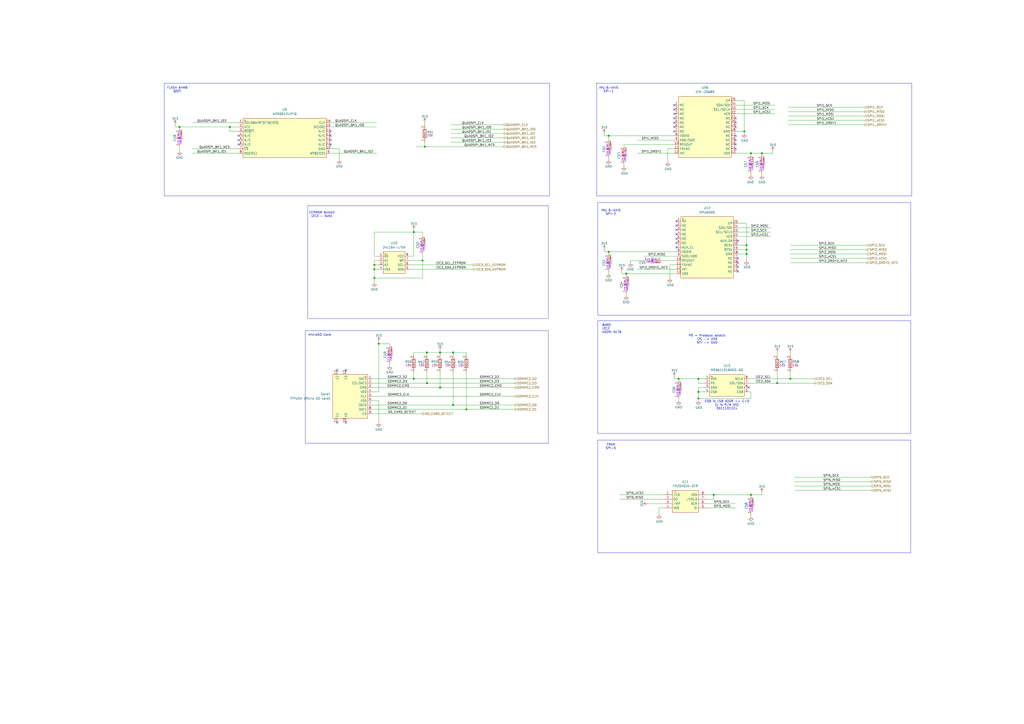
<source format=kicad_sch>
(kicad_sch (version 20250114) (generator "eeschema") (generator_version "9.0")
  (paper "A2")
  (lib_symbols
    (symbol "SAMC21_breakout-rescue:GND" (power) (pin_names (offset 0))
      (property "Value" "GND" (at 0 -3.81 0))
      (symbol "GND_1_1"
        (pin power_in line (at 0 0 270) (length 0) (hide yes) (name "GND") (number "1"))
      )
    )
    (symbol "easyeda2kicad:0603WAF1002T5E" (pin_names (hide yes))
      (property "Reference" "R" (at 0 5.08 0))
      (property "Value" "0603WAF1002T5E" (at 0 -5.08 0))
      (symbol "0603WAF1002T5E_0_1"
        (pin input line (at -5.08 0 0) (length 2.54) (name "1") (number "1"))
        (pin input line (at 5.08 0 180) (length 2.54) (name "2") (number "2"))
      )
    )
    (symbol "easyeda_lampel:TFPUSH (Micro SD card)"
      (property "Reference" "Card" (at 0 20.32 0))
      (property "Value" "TFPUSH (Micro SD card)" (at 0 -20.32 0))
      (symbol "TFPUSH (Micro SD card)_0_1"
        (pin unspecified line (at -10.16 10.16 0) (length 2.54) (name "DAT2") (number "1"))
        (pin unspecified line (at -10.16 7.62 0) (length 2.54) (name "CD/DAT3") (number "2"))
        (pin unspecified line (at -10.16 5.08 0) (length 2.54) (name "CMD") (number "3"))
        (pin unspecified line (at -10.16 2.54 0) (length 2.54) (name "VDD") (number "4"))
        (pin unspecified line (at -10.16 0 0) (length 2.54) (name "CLX") (number "5"))
        (pin unspecified line (at -10.16 -2.54 0) (length 2.54) (name "VSS") (number "6"))
        (pin unspecified line (at -10.16 -5.08 0) (length 2.54) (name "DAT0") (number "7"))
        (pin unspecified line (at -10.16 -7.62 0) (length 2.54) (name "DAT1") (number "8"))
        (pin unspecified line (at -10.16 -10.16 0) (length 2.54) (name "CD") (number "9"))
        (pin unspecified line (at 5.08 15.24 270) (length 2.54) (name "13") (number "13"))
        (pin unspecified line (at 5.08 -15.24 90) (length 2.54) (name "10") (number "10"))
        (pin unspecified line (at 10.16 15.24 270) (length 2.54) (name "12") (number "12"))
        (pin unspecified line (at 10.16 -15.24 90) (length 2.54) (name "11") (number "11"))
      )
    )
    (symbol "easyeda_symbole:MPU6500"
      (property "Reference" "U" (at 0 20.32 0))
      (property "Value" "MPU6500" (at 0 -20.32 0))
      (symbol "MPU6500_0_1"
        (pin unspecified line (at -17.78 15.24 0) (length 2.54) (name "NC") (number "1"))
        (pin unspecified line (at -17.78 12.7 0) (length 2.54) (name "NC") (number "2"))
        (pin unspecified line (at -17.78 10.16 0) (length 2.54) (name "NC") (number "3"))
        (pin unspecified line (at -17.78 7.62 0) (length 2.54) (name "NC") (number "4"))
        (pin unspecified line (at -17.78 5.08 0) (length 2.54) (name "NC") (number "5"))
        (pin unspecified line (at -17.78 2.54 0) (length 2.54) (name "NC") (number "6"))
        (pin unspecified line (at -17.78 0 0) (length 2.54) (name "AUX_CL") (number "7"))
        (pin unspecified line (at -17.78 -2.54 0) (length 2.54) (name "VDDIO") (number "8"))
        (pin unspecified line (at -17.78 -5.08 0) (length 2.54) (name "SDO/AD0") (number "9"))
        (pin unspecified line (at -17.78 -7.62 0) (length 2.54) (name "REGOUT") (number "10"))
        (pin unspecified line (at -17.78 -10.16 0) (length 2.54) (name "FSYNC") (number "11"))
        (pin unspecified line (at -17.78 -12.7 0) (length 2.54) (name "INT") (number "12"))
        (pin unspecified line (at -17.78 -15.24 0) (length 2.54) (name "VDD") (number "13"))
        (pin unspecified line (at 17.78 13.97 180) (length 2.54) (name "EP") (number "25"))
        (pin unspecified line (at 17.78 11.43 180) (length 2.54) (name "SDA/SDI") (number "24"))
        (pin unspecified line (at 17.78 8.89 180) (length 2.54) (name "SCL/SCLK") (number "23"))
        (pin unspecified line (at 17.78 6.35 180) (length 2.54) (name "nCS") (number "22"))
        (pin unspecified line (at 17.78 3.81 180) (length 2.54) (name "AUX_DA") (number "21"))
        (pin unspecified line (at 17.78 1.27 180) (length 2.54) (name "RESV") (number "20"))
        (pin unspecified line (at 17.78 -1.27 180) (length 2.54) (name "RESV") (number "19"))
        (pin unspecified line (at 17.78 -3.81 180) (length 2.54) (name "GND") (number "18"))
        (pin unspecified line (at 17.78 -6.35 180) (length 2.54) (name "NC") (number "17"))
        (pin unspecified line (at 17.78 -8.89 180) (length 2.54) (name "NC") (number "16"))
        (pin unspecified line (at 17.78 -11.43 180) (length 2.54) (name "NC") (number "15"))
        (pin unspecified line (at 17.78 -13.97 180) (length 2.54) (name "NC") (number "14"))
      )
    )
    (symbol "lampelKicadLIB:24LC64-I_SN"
      (property "Reference" "U" (at 0 8.89 0))
      (property "Value" "24LC64-I/SN" (at 0 -8.89 0))
      (symbol "24LC64-I_SN_0_1"
        (pin unspecified line (at -8.89 3.81 0) (length 2.54) (name "A0") (number "1"))
        (pin unspecified line (at -8.89 1.27 0) (length 2.54) (name "A1") (number "2"))
        (pin unspecified line (at -8.89 -1.27 0) (length 2.54) (name "A2") (number "3"))
        (pin unspecified line (at -8.89 -3.81 0) (length 2.54) (name "VSS") (number "4"))
        (pin unspecified line (at 8.89 3.81 180) (length 2.54) (name "VCC") (number "8"))
        (pin unspecified line (at 8.89 1.27 180) (length 2.54) (name "WP") (number "7"))
        (pin unspecified line (at 8.89 -1.27 180) (length 2.54) (name "SCL") (number "6"))
        (pin unspecified line (at 8.89 -3.81 180) (length 2.54) (name "SDA") (number "5"))
      )
    )
    (symbol "lampelKicadLIB:CC0603KRX7R9BB104 (100nf , 0603 ,50v ,X7R)"
      (property "Reference" "C" (at 0 2.794 0))
      (symbol "CC0603KRX7R9BB104 (100nf , 0603 ,50v ,X7R)_0_1"
        (pin unspecified line (at -5.08 0 0) (length 2.54) (name "") (number "1"))
        (pin unspecified line (at 5.08 0 180) (length 2.54) (name "") (number "2"))
      )
      (symbol "CC0603KRX7R9BB104 (100nf , 0603 ,50v ,X7R)_1_1"
        (text "X7R" (at -2.286 0.762 0) (effects (font (size 0.635 0.635))))
        (text "±10%" (at -2.286 -0.762 0) (effects (font (size 0.635 0.635))))
        (text "0603" (at 0 0 900) (effects (font (size 0.635 0.635))))
        (text "50v" (at 2.032 0.762 0) (effects (font (size 0.762 0.762))))
        (text "100nF" (at 2.794 -1.016 0) (effects (font (size 0.889 0.889))))
      )
    )
    (symbol "lampelKicadLIB:CC0603KRX7R9BB474 (470nF , 0603 ,50V ,X7R)"
      (property "Reference" "C" (at 0 3.048 0))
      (symbol "CC0603KRX7R9BB474 (470nF , 0603 ,50V ,X7R)_0_1"
        (pin input line (at -5.08 0 0) (length 2.54) (name "") (number "1"))
        (pin input line (at 5.08 0 180) (length 2.54) (name "") (number "2"))
      )
      (symbol "CC0603KRX7R9BB474 (470nF , 0603 ,50V ,X7R)_1_1"
        (text "X7R" (at -2.286 0.762 0) (effects (font (size 0.635 0.635))))
        (text "±10%" (at -2.286 -0.762 0) (effects (font (size 0.635 0.635))))
        (text "0603" (at 0 0 900) (effects (font (size 0.635 0.635))))
        (text "50V" (at 2.032 0.762 0) (effects (font (size 0.762 0.762))))
        (text "470nF" (at 2.794 -1.016 0) (effects (font (size 0.889 0.889))))
      )
    )
    (symbol "lampelKicadLIB:CL10A225KO8NNNC (2.2uf , 0603,16v,X5R)"
      (property "Reference" "C" (at 0 3.048 0))
      (symbol "CL10A225KO8NNNC (2.2uf , 0603,16v,X5R)_0_1"
        (pin unspecified line (at -5.08 0 0) (length 2.54) (name "") (number "1"))
        (pin unspecified line (at 5.08 0 180) (length 2.54) (name "") (number "2"))
      )
      (symbol "CL10A225KO8NNNC (2.2uf , 0603,16v,X5R)_1_1"
        (text "X5R" (at -2.286 0.762 0) (effects (font (size 0.635 0.635))))
        (text "±10%" (at -2.286 -0.762 0) (effects (font (size 0.635 0.635))))
        (text "0603" (at 0 0 900) (effects (font (size 0.635 0.635))))
        (text "16v" (at 2.032 0.762 0) (effects (font (size 0.762 0.762))))
        (text "2.2uF" (at 2.794 -1.016 0) (effects (font (size 0.889 0.889))))
      )
    )
    (symbol "lampelKicadLIB:FM25V02A-GTR"
      (property "Reference" "U" (at 0 8.89 0))
      (property "Value" "FM25V02A-GTR" (at 0 -8.89 0))
      (symbol "FM25V02A-GTR_0_1"
        (pin unspecified line (at -12.7 3.81 0) (length 5.08) (name "/CS") (number "1"))
        (pin unspecified line (at -12.7 1.27 0) (length 5.08) (name "SO") (number "2"))
        (pin unspecified line (at -12.7 -1.27 0) (length 5.08) (name "/WP") (number "3"))
        (pin unspecified line (at -12.7 -3.81 0) (length 5.08) (name "VSS") (number "4"))
        (pin unspecified line (at 12.7 3.81 180) (length 5.08) (name "VDD") (number "8"))
        (pin unspecified line (at 12.7 1.27 180) (length 5.08) (name "/HOLD") (number "7"))
        (pin unspecified line (at 12.7 -1.27 180) (length 5.08) (name "SCK") (number "6"))
        (pin unspecified line (at 12.7 -3.81 180) (length 5.08) (name "SI") (number "5"))
      )
    )
    (symbol "lampelKicadLIB:ICM-20689"
      (property "Reference" "R" (at 0 21.59 0))
      (property "Value" "ICM-20689" (at 0 -19.05 0))
      (symbol "ICM-20689_0_1"
        (pin unspecified line (at -17.78 13.97 0) (length 2.54) (name "NC") (number "1"))
        (pin unspecified line (at -17.78 11.43 0) (length 2.54) (name "NC") (number "2"))
        (pin unspecified line (at -17.78 8.89 0) (length 2.54) (name "NC") (number "3"))
        (pin unspecified line (at -17.78 6.35 0) (length 2.54) (name "NC") (number "4"))
        (pin unspecified line (at -17.78 3.81 0) (length 2.54) (name "NC") (number "5"))
        (pin unspecified line (at -17.78 1.27 0) (length 2.54) (name "NC") (number "6"))
        (pin unspecified line (at -17.78 -1.27 0) (length 2.54) (name "NC") (number "7"))
        (pin unspecified line (at -17.78 -3.81 0) (length 2.54) (name "VDDIO") (number "8"))
        (pin unspecified line (at -17.78 -6.35 0) (length 2.54) (name "AD0/SDO") (number "9"))
        (pin unspecified line (at -17.78 -8.89 0) (length 2.54) (name "REGOUT") (number "10"))
        (pin unspecified line (at -17.78 -11.43 0) (length 2.54) (name "FSYNC") (number "11"))
        (pin unspecified line (at -17.78 -13.97 0) (length 2.54) (name "INT") (number "12"))
        (pin unspecified line (at 17.78 16.51 180) (length 2.54) (name "EP") (number "25"))
        (pin unspecified line (at 17.78 13.97 180) (length 2.54) (name "SDA/SDI") (number "24"))
        (pin unspecified line (at 17.78 11.43 180) (length 2.54) (name "SCL/SCLK") (number "23"))
        (pin unspecified line (at 17.78 8.89 180) (length 2.54) (name "nCS") (number "22"))
        (pin unspecified line (at 17.78 6.35 180) (length 2.54) (name "NC") (number "21"))
        (pin unspecified line (at 17.78 3.81 180) (length 2.54) (name "NC") (number "20"))
        (pin unspecified line (at 17.78 1.27 180) (length 2.54) (name "NC") (number "19"))
        (pin unspecified line (at 17.78 -1.27 180) (length 2.54) (name "GND") (number "18"))
        (pin unspecified line (at 17.78 -3.81 180) (length 2.54) (name "NC") (number "17"))
        (pin unspecified line (at 17.78 -6.35 180) (length 2.54) (name "NC") (number "16"))
        (pin unspecified line (at 17.78 -8.89 180) (length 2.54) (name "NC") (number "15"))
        (pin unspecified line (at 17.78 -11.43 180) (length 2.54) (name "NC") (number "14"))
        (pin unspecified line (at 17.78 -13.97 180) (length 2.54) (name "VDD") (number "13"))
      )
    )
    (symbol "lampelKicadLIB:MS561101BA03-50"
      (property "Reference" "U" (at 0 8.89 0))
      (property "Value" "MS561101BA03-50" (at 0 -8.89 0))
      (symbol "MS561101BA03-50_0_1"
        (pin unspecified line (at -12.7 3.81 0) (length 2.54) (name "VDD") (number "1"))
        (pin unspecified line (at -12.7 1.27 0) (length 2.54) (name "PS") (number "2"))
        (pin unspecified line (at -12.7 -1.27 0) (length 2.54) (name "GND") (number "3"))
        (pin unspecified line (at -12.7 -3.81 0) (length 2.54) (name "CSB") (number "4"))
        (pin unspecified line (at 12.7 3.81 180) (length 2.54) (name "SCLK") (number "8"))
        (pin unspecified line (at 12.7 1.27 180) (length 2.54) (name "SDI/SDA") (number "7"))
        (pin unspecified line (at 12.7 -1.27 180) (length 2.54) (name "SDO") (number "6"))
        (pin unspecified line (at 12.7 -3.81 180) (length 2.54) (name "CSB") (number "5"))
      )
    )
    (symbol "lampelKicadLIB:W25Q512JVFIQ"
      (property "Reference" "U" (at 0 15.24 0))
      (property "Value" "W25Q512JVFIQ" (at 0 -12.7 0))
      (symbol "W25Q512JVFIQ_0_1"
        (pin unspecified line (at -27.94 10.16 0) (length 2.54) (name "HOLD#orRESET#(IO3)") (number "1"))
        (pin unspecified line (at -27.94 7.62 0) (length 2.54) (name "VCC") (number "2"))
        (pin unspecified line (at -27.94 5.08 0) (length 2.54) (name "~{RESET}") (number "3"))
        (pin unspecified line (at -27.94 2.54 0) (length 2.54) (name "N/C") (number "4"))
        (pin unspecified line (at -27.94 0 0) (length 2.54) (name "N/C") (number "5"))
        (pin unspecified line (at -27.94 -2.54 0) (length 2.54) (name "N/C") (number "6"))
        (pin unspecified line (at -27.94 -5.08 0) (length 2.54) (name "~{CS}") (number "7"))
        (pin unspecified line (at -27.94 -7.62 0) (length 2.54) (name "DO(IO1)") (number "8"))
        (pin unspecified line (at 25.4 10.16 180) (length 2.54) (name "CLK") (number "16"))
        (pin unspecified line (at 25.4 7.62 180) (length 2.54) (name "DI(IO0)") (number "15"))
        (pin unspecified line (at 25.4 5.08 180) (length 2.54) (name "N/C") (number "14"))
        (pin unspecified line (at 25.4 2.54 180) (length 2.54) (name "N/C") (number "13"))
        (pin unspecified line (at 25.4 0 180) (length 2.54) (name "N/C") (number "12"))
        (pin unspecified line (at 25.4 -2.54 180) (length 2.54) (name "N/C") (number "11"))
        (pin unspecified line (at 25.4 -5.08 180) (length 2.54) (name "GND") (number "10"))
        (pin unspecified line (at 25.4 -7.62 180) (length 2.54) (name "WP#(IO2)") (number "9"))
      )
    )
    (symbol "power:GND" (power) (pin_numbers (hide yes)) (pin_names (offset 0) (hide yes))
      (property "Value" "GND" (at 0 -3.81 0))
      (symbol "GND_1_1"
        (pin power_in line (at 0 0 270) (length 0) (name "~") (number "1"))
      )
    )
    (symbol "power:VDD" (power) (pin_numbers (hide yes)) (pin_names (offset 0) (hide yes))
      (property "Value" "VDD" (at 0 3.556 0))
      (symbol "VDD_1_1"
        (pin power_in line (at 0 0 90) (length 0) (name "~") (number "1"))
      )
    )
  )
  (rectangle (start 346.71 255.27) (end 528.32 320.675))
  (rectangle (start 177.165 191.77) (end 318.135 257.175))
  (rectangle (start 95.25 48.26) (end 318.77 113.665))
  (rectangle (start 346.71 117.475) (end 528.32 182.88))
  (rectangle (start 346.71 186.055) (end 528.32 251.46))
  (rectangle (start 346.075 48.26) (end 528.955 113.665))
  (rectangle (start 178.435 119.38) (end 318.135 184.785))
  (text "IMU 6-AXIS\nSPI-2" (at 354.33 123.19 0) (effects (font (size 1.27 1.27))))
  (text "FRAM\nSPI-5" (at 354.33 259.08 0) (effects (font (size 1.27 1.27))))
  (text "EEPROM 64Kbit\nI2C3 - 0x51" (at 186.69 124.46 0) (effects (font (size 1.27 1.27))))
  (text "PS = Protocol select:\nI2C -> VDD\nSPI -> GND" (at 410.21 196.85 0) (effects (font (size 1.27 1.27))))
  (text "microSD Card" (at 185.42 194.31 0) (effects (font (size 1.27 1.27))))
  (text "CSB is LSB ADDR => C=0\n(x is R/W bit)\n0b111011Cx" (at 421.64 234.95 0) (effects (font (size 1.27 1.27))))
  (text "FLASH 64MB\nQSPI" (at 102.87 52.07 0) (effects (font (size 1.27 1.27))))
  (text "BARO\nI2C2\nADDR: 0x76\n  " (at 349.25 191.77 0) (effects (font (size 1.27 1.27)) (justify left)))
  (text "IMU 6-AXIS\nSPI-1" (at 353.06 52.07 0) (effects (font (size 1.27 1.27))))
  (junction (at 414.02 287.02))
  (junction (at 217.17 156.21))
  (junction (at 405.13 227.33))
  (junction (at 353.06 78.74))
  (junction (at 247.65 204.47))
  (junction (at 433.07 144.78))
  (junction (at 405.13 219.71))
  (junction (at 240.03 219.71))
  (junction (at 433.07 147.32))
  (junction (at 255.27 204.47))
  (junction (at 353.06 146.05))
  (junction (at 435.61 88.9))
  (junction (at 247.65 222.25))
  (junction (at 133.35 73.66))
  (junction (at 246.38 85.09))
  (junction (at 431.8 76.2))
  (junction (at 270.51 237.49))
  (junction (at 255.27 224.79))
  (junction (at 433.07 142.24))
  (junction (at 262.89 204.47))
  (junction (at 262.89 234.95))
  (junction (at 219.71 199.39))
  (junction (at 405.13 231.14))
  (junction (at 363.22 158.75))
  (junction (at 393.7 219.71))
  (junction (at 435.61 287.02))
  (junction (at 450.85 222.25))
  (junction (at 217.17 161.29))
  (junction (at 458.47 219.71))
  (junction (at 104.14 73.66))
  (junction (at 245.11 151.13))
  (junction (at 441.96 88.9))
  (junction (at 217.17 153.67))
  (junction (at 240.03 134.62))
  (no_connect (at 138.43 78.74))
  (no_connect (at 392.43 138.43))
  (no_connect (at 426.72 78.74))
  (no_connect (at 427.99 149.86))
  (no_connect (at 426.72 71.12))
  (no_connect (at 391.16 76.2))
  (no_connect (at 138.43 83.82))
  (no_connect (at 427.99 154.94))
  (no_connect (at 391.16 63.5))
  (no_connect (at 191.77 76.2))
  (no_connect (at 391.16 60.96))
  (no_connect (at 391.16 71.12))
  (no_connect (at 426.72 68.58))
  (no_connect (at 195.58 214.63))
  (no_connect (at 426.72 83.82))
  (no_connect (at 426.72 73.66))
  (no_connect (at 427.99 152.4))
  (no_connect (at 392.43 128.27))
  (no_connect (at 392.43 140.97))
  (no_connect (at 392.43 135.89))
  (no_connect (at 191.77 81.28))
  (no_connect (at 392.43 130.81))
  (no_connect (at 191.77 78.74))
  (no_connect (at 392.43 133.35))
  (no_connect (at 195.58 245.11))
  (no_connect (at 434.34 224.79))
  (no_connect (at 191.77 83.82))
  (no_connect (at 391.16 66.04))
  (no_connect (at 426.72 86.36))
  (no_connect (at 391.16 68.58))
  (no_connect (at 200.66 245.11))
  (no_connect (at 200.66 214.63))
  (no_connect (at 392.43 143.51))
  (no_connect (at 391.16 73.66))
  (no_connect (at 426.72 81.28))
  (no_connect (at 427.99 157.48))
  (no_connect (at 138.43 81.28))
  (no_connect (at 427.99 139.7))
  (wire (pts (xy 353.06 146.05) (xy 353.06 147.32)))
  (wire (pts (xy 219.71 199.39) (xy 219.71 227.33)))
  (wire (pts (xy 461.01 281.94) (xy 505.46 281.94)))
  (wire (pts (xy 405.13 222.25) (xy 405.13 219.71)))
  (wire (pts (xy 427.99 129.54) (xy 433.07 129.54)))
  (wire (pts (xy 191.77 88.9) (xy 218.44 88.9)))
  (wire (pts (xy 261.62 77.47) (xy 292.1 77.47)))
  (wire (pts (xy 431.8 58.42) (xy 431.8 76.2)))
  (wire (pts (xy 219.71 232.41) (xy 219.71 245.11)))
  (wire (pts (xy 247.65 204.47) (xy 247.65 205.74)))
  (wire (pts (xy 240.03 215.9) (xy 240.03 219.71)))
  (wire (pts (xy 426.72 58.42) (xy 431.8 58.42)))
  (wire (pts (xy 138.43 76.2) (xy 133.35 76.2)))
  (wire (pts (xy 435.61 227.33) (xy 434.34 227.33)))
  (wire (pts (xy 363.22 158.75) (xy 392.43 158.75)))
  (wire (pts (xy 270.51 237.49) (xy 215.9 237.49)))
  (wire (pts (xy 450.85 222.25) (xy 472.44 222.25)))
  (wire (pts (xy 104.14 87.63) (xy 104.14 85.09)))
  (wire (pts (xy 393.7 219.71) (xy 393.7 220.98)))
  (wire (pts (xy 435.61 298.45) (xy 435.61 299.72)))
  (wire (pts (xy 433.07 147.32) (xy 433.07 144.78)))
  (wire (pts (xy 435.61 100.33) (xy 435.61 101.6)))
  (wire (pts (xy 219.71 198.12) (xy 219.71 199.39)))
  (wire (pts (xy 240.03 134.62) (xy 240.03 133.35)))
  (wire (pts (xy 262.89 204.47) (xy 255.27 204.47)))
  (wire (pts (xy 217.17 153.67) (xy 217.17 156.21)))
  (wire (pts (xy 457.2 67.31) (xy 501.65 67.31)))
  (wire (pts (xy 240.03 204.47) (xy 240.03 205.74)))
  (wire (pts (xy 240.03 148.59) (xy 237.49 148.59)))
  (wire (pts (xy 261.62 74.93) (xy 292.1 74.93)))
  (wire (pts (xy 133.35 73.66) (xy 138.43 73.66)))
  (wire (pts (xy 384.81 289.56) (xy 359.41 289.56)))
  (wire (pts (xy 387.35 86.36) (xy 387.35 93.98)))
  (wire (pts (xy 350.52 146.05) (xy 353.06 146.05)))
  (wire (pts (xy 426.72 88.9) (xy 435.61 88.9)))
  (wire (pts (xy 384.81 292.1) (xy 375.92 292.1)))
  (wire (pts (xy 215.9 229.87) (xy 298.45 229.87)))
  (wire (pts (xy 191.77 86.36) (xy 196.85 86.36)))
  (wire (pts (xy 410.21 289.56) (xy 414.02 289.56)))
  (wire (pts (xy 219.71 148.59) (xy 217.17 148.59)))
  (wire (pts (xy 457.2 62.23) (xy 501.65 62.23)))
  (wire (pts (xy 414.02 287.02) (xy 435.61 287.02)))
  (wire (pts (xy 384.81 294.64) (xy 382.27 294.64)))
  (wire (pts (xy 215.9 232.41) (xy 219.71 232.41)))
  (wire (pts (xy 246.38 71.12) (xy 246.38 72.39)))
  (wire (pts (xy 391.16 86.36) (xy 387.35 86.36)))
  (wire (pts (xy 360.68 158.75) (xy 363.22 158.75)))
  (wire (pts (xy 247.65 222.25) (xy 298.45 222.25)))
  (wire (pts (xy 435.61 231.14) (xy 405.13 231.14)))
  (wire (pts (xy 427.99 134.62) (xy 447.04 134.62)))
  (wire (pts (xy 388.62 153.67) (xy 392.43 153.67)))
  (wire (pts (xy 191.77 73.66) (xy 218.44 73.66)))
  (wire (pts (xy 246.38 82.55) (xy 246.38 85.09)))
  (wire (pts (xy 255.27 203.2) (xy 255.27 204.47)))
  (wire (pts (xy 435.61 90.17) (xy 435.61 88.9)))
  (wire (pts (xy 350.52 144.78) (xy 350.52 146.05)))
  (wire (pts (xy 408.94 227.33) (xy 405.13 227.33)))
  (wire (pts (xy 458.47 142.24) (xy 502.92 142.24)))
  (wire (pts (xy 111.76 71.12) (xy 138.43 71.12)))
  (wire (pts (xy 353.06 146.05) (xy 392.43 146.05)))
  (wire (pts (xy 448.31 88.9) (xy 448.31 87.63)))
  (wire (pts (xy 101.6 72.39) (xy 101.6 73.66)))
  (wire (pts (xy 245.11 151.13) (xy 245.11 161.29)))
  (wire (pts (xy 245.11 147.32) (xy 245.11 151.13)))
  (wire (pts (xy 427.99 142.24) (xy 433.07 142.24)))
  (wire (pts (xy 262.89 204.47) (xy 262.89 205.74)))
  (wire (pts (xy 217.17 156.21) (xy 217.17 161.29)))
  (wire (pts (xy 450.85 204.47) (xy 450.85 205.74)))
  (wire (pts (xy 391.16 218.44) (xy 391.16 219.71)))
  (wire (pts (xy 434.34 219.71) (xy 458.47 219.71)))
  (wire (pts (xy 461.01 284.48) (xy 505.46 284.48)))
  (wire (pts (xy 255.27 204.47) (xy 255.27 205.74)))
  (wire (pts (xy 441.96 88.9) (xy 448.31 88.9)))
  (wire (pts (xy 433.07 129.54) (xy 433.07 142.24)))
  (wire (pts (xy 104.14 73.66) (xy 104.14 74.93)))
  (wire (pts (xy 457.2 69.85) (xy 501.65 69.85)))
  (wire (pts (xy 215.9 224.79) (xy 255.27 224.79)))
  (wire (pts (xy 255.27 224.79) (xy 298.45 224.79)))
  (wire (pts (xy 219.71 151.13) (xy 217.17 151.13)))
  (wire (pts (xy 361.95 83.82) (xy 361.95 85.09)))
  (wire (pts (xy 435.61 88.9) (xy 441.96 88.9)))
  (wire (pts (xy 414.02 289.56) (xy 414.02 287.02)))
  (wire (pts (xy 217.17 148.59) (xy 217.17 134.62)))
  (wire (pts (xy 361.95 83.82) (xy 391.16 83.82)))
  (wire (pts (xy 427.99 147.32) (xy 433.07 147.32)))
  (wire (pts (xy 217.17 161.29) (xy 217.17 163.83)))
  (wire (pts (xy 353.06 158.75) (xy 353.06 157.48)))
  (wire (pts (xy 426.72 294.64) (xy 410.21 294.64)))
  (wire (pts (xy 388.62 153.67) (xy 388.62 161.29)))
  (wire (pts (xy 237.49 156.21) (xy 274.32 156.21)))
  (wire (pts (xy 461.01 279.4) (xy 505.46 279.4)))
  (wire (pts (xy 255.27 215.9) (xy 255.27 224.79)))
  (wire (pts (xy 217.17 151.13) (xy 217.17 153.67)))
  (wire (pts (xy 405.13 219.71) (xy 408.94 219.71)))
  (wire (pts (xy 353.06 78.74) (xy 391.16 78.74)))
  (wire (pts (xy 111.76 88.9) (xy 138.43 88.9)))
  (wire (pts (xy 262.89 234.95) (xy 298.45 234.95)))
  (wire (pts (xy 219.71 153.67) (xy 217.17 153.67)))
  (wire (pts (xy 458.47 144.78) (xy 502.92 144.78)))
  (wire (pts (xy 217.17 161.29) (xy 245.11 161.29)))
  (wire (pts (xy 434.34 222.25) (xy 450.85 222.25)))
  (wire (pts (xy 104.14 73.66) (xy 133.35 73.66)))
  (wire (pts (xy 361.95 95.25) (xy 361.95 96.52)))
  (wire (pts (xy 391.16 219.71) (xy 393.7 219.71)))
  (wire (pts (xy 247.65 204.47) (xy 240.03 204.47)))
  (wire (pts (xy 219.71 199.39) (xy 226.06 199.39)))
  (wire (pts (xy 441.96 90.17) (xy 441.96 88.9)))
  (wire (pts (xy 247.65 222.25) (xy 215.9 222.25)))
  (wire (pts (xy 408.94 222.25) (xy 405.13 222.25)))
  (wire (pts (xy 261.62 72.39) (xy 292.1 72.39)))
  (wire (pts (xy 350.52 78.74) (xy 350.52 77.47)))
  (wire (pts (xy 405.13 227.33) (xy 405.13 231.14)))
  (wire (pts (xy 458.47 215.9) (xy 458.47 219.71)))
  (wire (pts (xy 427.99 137.16) (xy 447.04 137.16)))
  (wire (pts (xy 382.27 294.64) (xy 382.27 298.45)))
  (wire (pts (xy 408.94 224.79) (xy 405.13 224.79)))
  (wire (pts (xy 353.06 92.71) (xy 353.06 91.44)))
  (wire (pts (xy 360.68 157.48) (xy 360.68 158.75)))
  (wire (pts (xy 262.89 234.95) (xy 215.9 234.95)))
  (wire (pts (xy 458.47 149.86) (xy 502.92 149.86)))
  (wire (pts (xy 365.76 152.4) (xy 365.76 151.13)))
  (wire (pts (xy 435.61 227.33) (xy 435.61 231.14)))
  (wire (pts (xy 217.17 134.62) (xy 240.03 134.62)))
  (wire (pts (xy 255.27 204.47) (xy 247.65 204.47)))
  (wire (pts (xy 435.61 288.29) (xy 435.61 287.02)))
  (wire (pts (xy 393.7 219.71) (xy 405.13 219.71)))
  (wire (pts (xy 365.76 151.13) (xy 373.38 151.13)))
  (wire (pts (xy 363.22 171.45) (xy 363.22 170.18)))
  (wire (pts (xy 363.22 158.75) (xy 363.22 160.02)))
  (wire (pts (xy 427.99 144.78) (xy 433.07 144.78)))
  (wire (pts (xy 426.72 63.5) (xy 449.58 63.5)))
  (wire (pts (xy 240.03 219.71) (xy 215.9 219.71)))
  (wire (pts (xy 237.49 153.67) (xy 274.32 153.67)))
  (wire (pts (xy 215.9 240.03) (xy 245.11 240.03)))
  (wire (pts (xy 369.57 81.28) (xy 391.16 81.28)))
  (wire (pts (xy 226.06 199.39) (xy 226.06 200.66)))
  (wire (pts (xy 426.72 66.04) (xy 449.58 66.04)))
  (wire (pts (xy 426.72 60.96) (xy 449.58 60.96)))
  (wire (pts (xy 441.96 287.02) (xy 441.96 285.75)))
  (wire (pts (xy 133.35 76.2) (xy 133.35 73.66)))
  (wire (pts (xy 245.11 137.16) (xy 245.11 134.62)))
  (wire (pts (xy 241.3 85.09) (xy 246.38 85.09)))
  (wire (pts (xy 111.76 86.36) (xy 138.43 86.36)))
  (wire (pts (xy 405.13 224.79) (xy 405.13 227.33)))
  (wire (pts (xy 435.61 287.02) (xy 441.96 287.02)))
  (wire (pts (xy 350.52 78.74) (xy 353.06 78.74)))
  (wire (pts (xy 240.03 134.62) (xy 245.11 134.62)))
  (wire (pts (xy 410.21 287.02) (xy 414.02 287.02)))
  (wire (pts (xy 461.01 276.86) (xy 505.46 276.86)))
  (wire (pts (xy 393.7 232.41) (xy 393.7 231.14)))
  (wire (pts (xy 458.47 152.4) (xy 502.92 152.4)))
  (wire (pts (xy 433.07 151.13) (xy 433.07 147.32)))
  (wire (pts (xy 191.77 71.12) (xy 218.44 71.12)))
  (wire (pts (xy 237.49 151.13) (xy 245.11 151.13)))
  (wire (pts (xy 261.62 80.01) (xy 292.1 80.01)))
  (wire (pts (xy 240.03 134.62) (xy 240.03 148.59)))
  (wire (pts (xy 353.06 78.74) (xy 353.06 81.28)))
  (wire (pts (xy 261.62 82.55) (xy 292.1 82.55)))
  (wire (pts (xy 373.38 148.59) (xy 392.43 148.59)))
  (wire (pts (xy 392.43 151.13) (xy 383.54 151.13)))
  (wire (pts (xy 458.47 219.71) (xy 472.44 219.71)))
  (wire (pts (xy 246.38 85.09) (xy 292.1 85.09)))
  (wire (pts (xy 427.99 132.08) (xy 447.04 132.08)))
  (wire (pts (xy 270.51 204.47) (xy 270.51 205.74)))
  (wire (pts (xy 219.71 156.21) (xy 217.17 156.21)))
  (wire (pts (xy 441.96 100.33) (xy 441.96 101.6)))
  (wire (pts (xy 215.9 227.33) (xy 219.71 227.33)))
  (wire (pts (xy 270.51 204.47) (xy 262.89 204.47)))
  (wire (pts (xy 270.51 237.49) (xy 298.45 237.49)))
  (wire (pts (xy 458.47 147.32) (xy 502.92 147.32)))
  (wire (pts (xy 458.47 204.47) (xy 458.47 205.74)))
  (wire (pts (xy 196.85 86.36) (xy 196.85 92.71)))
  (wire (pts (xy 457.2 64.77) (xy 501.65 64.77)))
  (wire (pts (xy 359.41 287.02) (xy 384.81 287.02)))
  (wire (pts (xy 270.51 215.9) (xy 270.51 237.49)))
  (wire (pts (xy 410.21 292.1) (xy 426.72 292.1)))
  (wire (pts (xy 240.03 219.71) (xy 298.45 219.71)))
  (wire (pts (xy 457.2 72.39) (xy 501.65 72.39)))
  (wire (pts (xy 262.89 215.9) (xy 262.89 234.95)))
  (wire (pts (xy 101.6 73.66) (xy 104.14 73.66)))
  (wire (pts (xy 247.65 215.9) (xy 247.65 222.25)))
  (wire (pts (xy 405.13 231.14) (xy 405.13 232.41)))
  (wire (pts (xy 369.57 88.9) (xy 391.16 88.9)))
  (wire (pts (xy 426.72 76.2) (xy 431.8 76.2)))
  (wire (pts (xy 369.57 156.21) (xy 392.43 156.21)))
  (wire (pts (xy 226.06 212.09) (xy 226.06 210.82)))
  (wire (pts (xy 450.85 215.9) (xy 450.85 222.25)))
  (wire (pts (xy 433.07 144.78) (xy 433.07 142.24)))
  (wire (pts (xy 431.8 76.2) (xy 431.8 77.47)))
  (label "SPI5_MISO" (at 363.22 289.56 0))
  (label "SPI2_nCS1" (at 474.98 149.86 0))
  (label "SPI2_MOSI" (at 474.98 147.32 0))
  (label "SDMMC2_D3" (at 278.13 222.25 0))
  (label "SPI5_MOSI" (at 414.02 294.64 0))
  (label "SDMMC2_D1" (at 236.22 237.49 180))
  (label "QUADSPI_BK1_IO3" (at 267.97 82.55 0))
  (label "SPI1_MISO" (at 372.11 81.28 0))
  (label "I2C2_SCL" (at 438.15 219.71 0))
  (label "SDMMC2_D2" (at 278.13 219.71 0))
  (label "SPI5_MISO" (at 477.52 279.4 0))
  (label "SDMMC2_CLK" (at 237.49 229.87 180))
  (label "SPI1_DRDY1" (at 473.71 72.39 0))
  (label "SDMMC2_CLK" (at 278.13 229.87 0))
  (label "QUADSPI_BK1_IO0" (at 194.31 73.66 0))
  (label "SPI5_SCK" (at 414.02 292.1 0))
  (label "SPI5_nCS1" (at 363.22 287.02 0))
  (label "SPI2_SCK" (at 435.61 134.62 0))
  (label "SPI1_SCK" (at 473.71 62.23 0))
  (label "SDMMC2_D1" (at 278.13 237.49 0))
  (label "QUADSPI_BK1_IO1" (at 267.97 77.47 0))
  (label "SPI2_DRDY2_INT2" (at 474.98 152.4 0))
  (label "SPI1_MISO" (at 473.71 64.77 0))
  (label "SPI2_MOSI" (at 435.61 132.08 0))
  (label "SPI1_MOSI" (at 436.88 60.96 0))
  (label "QUADSPI_BK1_IO0" (at 267.97 74.93 0))
  (label "QUADSPI_CLK" (at 267.97 72.39 0))
  (label "SPI1_MOSI" (at 473.71 67.31 0))
  (label "QUADSPI_BK1_IO3" (at 114.3 71.12 0))
  (label "QUADSPI_BK1_IO2" (at 269.24 80.01 0))
  (label "SPI1_SCK" (at 436.88 63.5 0))
  (label "SPI2_SCK" (at 474.98 142.24 0))
  (label "QUADSPI_CLK" (at 194.31 71.12 0))
  (label "SDMMC2_D0" (at 236.22 234.95 180))
  (label "SPI1_DRDY1" (at 372.11 88.9 0))
  (label "SDMMC2_CMD" (at 278.13 224.79 0))
  (label "SDMMC2_CMD" (at 237.49 224.79 180))
  (label "QUADSPI_BK1_IO2" (at 199.39 88.9 0))
  (label "SDMMC2_D2" (at 236.22 219.71 180))
  (label "SPI2_DRDY2_INT2" (at 370.84 156.21 0))
  (label "I2C2_SDA" (at 438.15 222.25 0))
  (label "I2C3_SCL_EEPROM" (at 252.73 153.67 0))
  (label "SDMMC2_D0" (at 278.13 234.95 0))
  (label "SPI5_MOSI" (at 477.52 281.94 0))
  (label "SDMMC2_D3" (at 236.22 222.25 180))
  (label "SPI2_MISO" (at 375.92 148.59 0))
  (label "SPI1_nCS1" (at 473.71 69.85 0))
  (label "QUADSPI_BK1_NCS" (at 115.57 86.36 0))
  (label "SD_CARD_DETECT" (at 241.3 240.03 180))
  (label "SPI2_MISO" (at 474.98 144.78 0))
  (label "QUADSPI_BK1_IO1" (at 114.3 88.9 0))
  (label "SPI1_nCS1" (at 436.88 66.04 0))
  (label "SPI5_nCS1" (at 477.52 284.48 0))
  (label "I2C3_SDA_EEPROM" (at 252.73 156.21 0))
  (label "QUADSPI_BK1_NCS" (at 269.24 85.09 0))
  (label "SPI2_nCS1" (at 435.61 137.16 0))
  (label "SPI5_SCK" (at 477.52 276.86 0))
  (hierarchical_label "QUADSPI_BK1_IO0" (shape bidirectional) (at 292.1 74.93 0))
  (hierarchical_label "SDMMC2_D1" (shape bidirectional) (at 298.45 237.49 0))
  (hierarchical_label "QUADSPI_BK1_IO3" (shape bidirectional) (at 292.1 82.55 0))
  (hierarchical_label "SPI2_SCK" (shape input) (at 502.92 142.24 0))
  (hierarchical_label "I2C2_SDA" (shape bidirectional) (at 472.44 222.25 0))
  (hierarchical_label "SPI1_nCS1" (shape input) (at 501.65 69.85 0))
  (hierarchical_label "SDMMC2_CMD" (shape input) (at 298.45 224.79 0))
  (hierarchical_label "SPI5_nCS1" (shape input) (at 505.46 284.48 0))
  (hierarchical_label "SDMMC2_D2" (shape bidirectional) (at 298.45 219.71 0))
  (hierarchical_label "SPI1_SCK" (shape input) (at 501.65 62.23 0))
  (hierarchical_label "SPI1_MISO" (shape output) (at 501.65 64.77 0))
  (hierarchical_label "QUADSPI_BK1_NCS" (shape output) (at 292.1 85.09 0))
  (hierarchical_label "QUADSPI_BK1_IO1" (shape bidirectional) (at 292.1 77.47 0))
  (hierarchical_label "SPI1_DRDY1" (shape output) (at 501.65 72.39 0))
  (hierarchical_label "SD_CARD_DETECT" (shape output) (at 245.11 240.03 0))
  (hierarchical_label "SPI2_DRDY2_INT2" (shape output) (at 502.92 152.4 0))
  (hierarchical_label "SPI5_MOSI" (shape input) (at 505.46 281.94 0))
  (hierarchical_label "SPI2_nCS1" (shape input) (at 502.92 149.86 0))
  (hierarchical_label "SPI1_MOSI" (shape input) (at 501.65 67.31 0))
  (hierarchical_label "QUADSPI_CLK" (shape input) (at 292.1 72.39 0))
  (hierarchical_label "SPI2_MISO" (shape output) (at 502.92 144.78 0))
  (hierarchical_label "QUADSPI_BK1_IO2" (shape bidirectional) (at 292.1 80.01 0))
  (hierarchical_label "SPI2_MOSI" (shape input) (at 502.92 147.32 0))
  (hierarchical_label "I2C3_SCL_EEPROM" (shape input) (at 274.32 153.67 0))
  (hierarchical_label "I2C3_SDA_EEPROM" (shape bidirectional) (at 274.32 156.21 0))
  (hierarchical_label "SDMMC2_D0" (shape bidirectional) (at 298.45 234.95 0))
  (hierarchical_label "SPI5_SCK" (shape input) (at 505.46 276.86 0))
  (hierarchical_label "SDMMC2_CLK" (shape input) (at 298.45 229.87 0))
  (hierarchical_label "SPI5_MISO" (shape output) (at 505.46 279.4 0))
  (hierarchical_label "I2C2_SCL" (shape input) (at 472.44 219.71 0))
  (hierarchical_label "SDMMC2_D3" (shape bidirectional) (at 298.45 222.25 0))
  (symbol (lib_id "power:GND") (at 435.61 101.6 0) (mirror y) (unit 1)
    (property "Reference" "#PWR0152" (effects (hide yes)))
    (property "Value" "GND" (at 435.356 105.664 0))
    (property "Description" "Power symbol creates a global label with name \"GND\" , ground" (effects (hide yes)))
  )
  (symbol (lib_id "lampelKicadLIB:CC0603KRX7R9BB104 (100nf , 0603 ,50v ,X7R)") (at 245.11 142.24 90) (unit 1)
    (property "Reference" "C50" (at 242.316 142.24 0))
    (property "Value" "CC0603KRX7R9BB104 (100nf , 0603 ,50v ,X7R)" (effects (hide yes)))
    (property "Footprint" "easyeda2kicad:C0603" (effects (hide yes)))
    (property "Datasheet" "https://lcsc.com/product-detail/Multilayer-Ceramic-Capacitors-MLCC-SMD-SMT_100nF-104-10-50V_C14663.html" (effects (hide yes)))
    (property "Description" "100nF ±10% 50V Ceramic Capacitor X7R 0603" (effects (hide yes)))
    (property "LCSC Part" "C14663" (effects (hide yes)))
  )
  (symbol (lib_id "SAMC21_breakout-rescue:GND") (at 353.06 92.71 0) (unit 1)
    (property "Reference" "#PWR0137" (effects (hide yes)))
    (property "Value" "GND" (at 353.06 96.52 0))
  )
  (symbol (lib_id "SAMC21_breakout-rescue:GND") (at 353.06 158.75 0) (unit 1)
    (property "Reference" "#PWR0138" (effects (hide yes)))
    (property "Value" "GND" (at 353.06 162.56 0))
  )
  (symbol (lib_id "lampelKicadLIB:CC0603KRX7R9BB104 (100nf , 0603 ,50v ,X7R)") (at 441.96 95.25 90) (unit 1)
    (property "Reference" "C59" (at 439.166 95.25 0))
    (property "Value" "CC0603KRX7R9BB104 (100nf , 0603 ,50v ,X7R)" (effects (hide yes)))
    (property "Footprint" "easyeda2kicad:C0603" (effects (hide yes)))
    (property "Datasheet" "https://lcsc.com/product-detail/Multilayer-Ceramic-Capacitors-MLCC-SMD-SMT_100nF-104-10-50V_C14663.html" (effects (hide yes)))
    (property "Description" "100nF ±10% 50V Ceramic Capacitor X7R 0603" (effects (hide yes)))
    (property "LCSC Part" "C14663" (effects (hide yes)))
  )
  (symbol (lib_id "lampelKicadLIB:CL10A225KO8NNNC (2.2uf , 0603,16v,X5R)") (at 435.61 95.25 90) (unit 1)
    (property "Reference" "C57" (at 432.562 95.25 0))
    (property "Value" "CL10A225KO8NNNC (2.2uf , 0603,16v,X5R)" (effects (hide yes)))
    (property "Footprint" "easyeda2kicad:C0603" (effects (hide yes)))
    (property "Datasheet" "https://lcsc.com/product-detail/Multilayer-Ceramic-Capacitors-MLCC-SMD-SMT_SAMSUNG_CL10A225KO8NNNC_2-2uF-225-10-16V_C23630.html" (effects (hide yes)))
    (property "LCSC Part" "C23630" (effects (hide yes)))
  )
  (symbol (lib_id "SAMC21_breakout-rescue:GND") (at 393.7 232.41 0) (unit 1)
    (property "Reference" "#PWR0148" (effects (hide yes)))
    (property "Value" "GND" (at 393.7 236.22 0))
  )
  (symbol (lib_id "lampelKicadLIB:CC0603KRX7R9BB104 (100nf , 0603 ,50v ,X7R)") (at 353.06 86.36 90) (unit 1)
    (property "Reference" "C51" (at 350.266 86.36 0))
    (property "Value" "CC0603KRX7R9BB104 (100nf , 0603 ,50v ,X7R)" (effects (hide yes)))
    (property "Footprint" "easyeda2kicad:C0603" (effects (hide yes)))
    (property "Datasheet" "https://lcsc.com/product-detail/Multilayer-Ceramic-Capacitors-MLCC-SMD-SMT_100nF-104-10-50V_C14663.html" (effects (hide yes)))
    (property "Description" "100nF ±10% 50V Ceramic Capacitor X7R 0603" (effects (hide yes)))
    (property "LCSC Part" "C14663" (effects (hide yes)))
  )
  (symbol (lib_id "SAMC21_breakout-rescue:GND") (at 196.85 92.71 0) (unit 1)
    (property "Reference" "#PWR0127" (effects (hide yes)))
    (property "Value" "GND" (at 196.85 96.52 0))
  )
  (symbol (lib_id "lampelKicadLIB:CC0603KRX7R9BB104 (100nf , 0603 ,50v ,X7R)") (at 393.7 226.06 90) (unit 1)
    (property "Reference" "C56" (at 390.906 226.06 0))
    (property "Value" "CC0603KRX7R9BB104 (100nf , 0603 ,50v ,X7R)" (effects (hide yes)))
    (property "Footprint" "easyeda2kicad:C0603" (effects (hide yes)))
    (property "Datasheet" "https://lcsc.com/product-detail/Multilayer-Ceramic-Capacitors-MLCC-SMD-SMT_100nF-104-10-50V_C14663.html" (effects (hide yes)))
    (property "Description" "100nF ±10% 50V Ceramic Capacitor X7R 0603" (effects (hide yes)))
    (property "LCSC Part" "C14663" (effects (hide yes)))
  )
  (symbol (lib_id "lampelKicadLIB:CC0603KRX7R9BB104 (100nf , 0603 ,50v ,X7R)") (at 104.14 80.01 90) (unit 1)
    (property "Reference" "C48" (at 101.346 80.01 0))
    (property "Value" "CC0603KRX7R9BB104 (100nf , 0603 ,50v ,X7R)" (effects (hide yes)))
    (property "Footprint" "easyeda2kicad:C0603" (effects (hide yes)))
    (property "Datasheet" "https://lcsc.com/product-detail/Multilayer-Ceramic-Capacitors-MLCC-SMD-SMT_100nF-104-10-50V_C14663.html" (effects (hide yes)))
    (property "Description" "100nF ±10% 50V Ceramic Capacitor X7R 0603" (effects (hide yes)))
    (property "LCSC Part" "C14663" (effects (hide yes)))
  )
  (symbol (lib_id "lampelKicadLIB:MS561101BA03-50") (at 421.64 223.52 0) (unit 1)
    (property "Reference" "U13" (at 421.64 212.09 0))
    (property "Value" "MS561101BA03-50" (at 421.64 214.63 0))
    (property "Footprint" "easyeda2kicad:SENSORS-SMD_MS5611-01BA03" (effects (hide yes)))
    (property "Datasheet" "https://lcsc.com/product-detail/Sensors_TE-Connectivity_MS5611-01BA_TE-Connectivity-MS5611-01BA_C15639.html" (effects (hide yes)))
    (property "LCSC Part" "C15639" (effects (hide yes)))
  )
  (symbol (lib_id "easyeda2kicad:0603WAF1002T5E") (at 450.85 210.82 90) (unit 1)
    (property "Reference" "R57" (at 452.12 210.058 90) (effects (justify right)))
    (property "Value" "0603WAF1002T5E" (effects (hide yes)))
    (property "Footprint" "easyeda2kicad:R0603" (effects (hide yes)))
    (property "Datasheet" "https://lcsc.com/product-detail/Chip-Resistor-Surface-Mount-UniOhm_10KR-1002-1_C25804.html" (effects (hide yes)))
    (property "Description" "10k" (at 453.898 211.836 90))
    (property "LCSC Part" "C25804" (effects (hide yes)))
    (property "Field6" "0603" (at 450.85 210.82 0))
  )
  (symbol (lib_id "lampelKicadLIB:24LC64-I_SN") (at 228.6 152.4 0) (unit 1)
    (property "Reference" "U10" (at 228.6 140.97 0))
    (property "Value" "24LC64-I/SN" (at 228.6 143.51 0))
    (property "Footprint" "easyeda2kicad:SOIC-8_L4.9-W3.9-P1.27-LS6.0-BL" (effects (hide yes)))
    (property "Datasheet" "https://lcsc.com/product-detail/EEPROM_Microchip-Tech-24LC64-I-SN_C511260.html" (effects (hide yes)))
    (property "LCSC Part" "C511260" (effects (hide yes)))
  )
  (symbol (lib_id "lampelKicadLIB:CC0603KRX7R9BB474 (470nF , 0603 ,50V ,X7R)") (at 361.95 90.17 90) (unit 1)
    (property "Reference" "C53" (at 358.902 90.17 0))
    (property "Value" "CC0603KRX7R9BB474 (470nF , 0603 ,50V ,X7R)" (effects (hide yes)))
    (property "Footprint" "easyeda2kicad:C0603" (effects (hide yes)))
    (property "Datasheet" "https://www.lcsc.com/product-detail/C513577.html" (effects (hide yes)))
    (property "Description" "470nF ±10% 50V Ceramic Capacitor X7R 0603" (effects (hide yes)))
    (property "LCSC Part" "C513577" (effects (hide yes)))
  )
  (symbol (lib_id "power:VDD") (at 350.52 77.47 0) (mirror y) (unit 1)
    (property "Reference" "#PWR0135" (effects (hide yes)))
    (property "Value" "3V3" (at 350.52 73.914 0))
    (property "Description" "Power symbol creates a global label with name \"VDD\"" (effects (hide yes)))
  )
  (symbol (lib_id "power:GND") (at 361.95 96.52 0) (unit 1)
    (property "Reference" "#PWR0140" (effects (hide yes)))
    (property "Value" "GND" (at 362.204 100.584 0))
    (property "Description" "Power symbol creates a global label with name \"GND\" , ground" (effects (hide yes)))
  )
  (symbol (lib_id "power:GND") (at 388.62 161.29 0) (unit 1)
    (property "Reference" "#PWR0146" (effects (hide yes)))
    (property "Value" "GND" (at 388.874 165.354 0))
    (property "Description" "Power symbol creates a global label with name \"GND\" , ground" (effects (hide yes)))
  )
  (symbol (lib_id "SAMC21_breakout-rescue:GND") (at 433.07 151.13 0) (unit 1)
    (property "Reference" "#PWR0151" (effects (hide yes)))
    (property "Value" "GND" (at 433.324 154.94 0))
  )
  (symbol (lib_id "power:VDD") (at 448.31 87.63 0) (mirror y) (unit 1)
    (property "Reference" "#PWR0156" (effects (hide yes)))
    (property "Value" "3V3" (at 448.31 84.074 0))
    (property "Description" "Power symbol creates a global label with name \"VDD\"" (effects (hide yes)))
  )
  (symbol (lib_id "lampelKicadLIB:CC0603KRX7R9BB104 (100nf , 0603 ,50v ,X7R)") (at 226.06 205.74 90) (unit 1)
    (property "Reference" "C49" (at 223.266 205.74 0))
    (property "Value" "CC0603KRX7R9BB104 (100nf , 0603 ,50v ,X7R)" (effects (hide yes)))
    (property "Footprint" "easyeda2kicad:C0603" (effects (hide yes)))
    (property "Datasheet" "https://lcsc.com/product-detail/Multilayer-Ceramic-Capacitors-MLCC-SMD-SMT_100nF-104-10-50V_C14663.html" (effects (hide yes)))
    (property "Description" "100nF ±10% 50V Ceramic Capacitor X7R 0603" (effects (hide yes)))
    (property "LCSC Part" "C14663" (effects (hide yes)))
  )
  (symbol (lib_id "easyeda2kicad:0603WAF1002T5E") (at 247.65 210.82 270) (mirror x) (unit 1)
    (property "Reference" "R52" (at 246.38 210.058 90) (effects (justify right)))
    (property "Value" "0603WAF1002T5E" (effects (hide yes)))
    (property "Footprint" "easyeda2kicad:R0603" (effects (hide yes)))
    (property "Datasheet" "https://lcsc.com/product-detail/Chip-Resistor-Surface-Mount-UniOhm_10KR-1002-1_C25804.html" (effects (hide yes)))
    (property "Description" "10k" (at 244.602 211.836 90))
    (property "LCSC Part" "C25804" (effects (hide yes)))
    (property "Field6" "0603" (at 247.65 210.82 0))
  )
  (symbol (lib_id "power:VDD") (at 441.96 285.75 0) (mirror y) (unit 1)
    (property "Reference" "#PWR0155" (effects (hide yes)))
    (property "Value" "3V3" (at 441.96 282.194 0))
    (property "Description" "Power symbol creates a global label with name \"VDD\"" (effects (hide yes)))
  )
  (symbol (lib_id "power:VDD") (at 375.92 292.1 90) (mirror x) (unit 1)
    (property "Reference" "#PWR0143" (effects (hide yes)))
    (property "Value" "3V3" (at 372.364 292.1 0))
    (property "Description" "Power symbol creates a global label with name \"VDD\"" (effects (hide yes)))
  )
  (symbol (lib_id "easyeda2kicad:0603WAF1002T5E") (at 262.89 210.82 270) (mirror x) (unit 1)
    (property "Reference" "R54" (at 261.62 210.058 90) (effects (justify right)))
    (property "Value" "0603WAF1002T5E" (effects (hide yes)))
    (property "Footprint" "easyeda2kicad:R0603" (effects (hide yes)))
    (property "Datasheet" "https://lcsc.com/product-detail/Chip-Resistor-Surface-Mount-UniOhm_10KR-1002-1_C25804.html" (effects (hide yes)))
    (property "Description" "10k" (at 259.842 211.836 90))
    (property "LCSC Part" "C25804" (effects (hide yes)))
    (property "Field6" "0603" (at 262.89 210.82 0))
  )
  (symbol (lib_id "power:VDD") (at 360.68 157.48 0) (mirror y) (unit 1)
    (property "Reference" "#PWR0139" (effects (hide yes)))
    (property "Value" "3V3" (at 360.68 153.924 0))
    (property "Description" "Power symbol creates a global label with name \"VDD\"" (effects (hide yes)))
  )
  (symbol (lib_id "lampelKicadLIB:CC0603KRX7R9BB104 (100nf , 0603 ,50v ,X7R)") (at 353.06 152.4 90) (unit 1)
    (property "Reference" "C52" (at 350.266 152.4 0))
    (property "Value" "CC0603KRX7R9BB104 (100nf , 0603 ,50v ,X7R)" (effects (hide yes)))
    (property "Footprint" "easyeda2kicad:C0603" (effects (hide yes)))
    (property "Datasheet" "https://lcsc.com/product-detail/Multilayer-Ceramic-Capacitors-MLCC-SMD-SMT_100nF-104-10-50V_C14663.html" (effects (hide yes)))
    (property "Description" "100nF ±10% 50V Ceramic Capacitor X7R 0603" (effects (hide yes)))
    (property "LCSC Part" "C14663" (effects (hide yes)))
  )
  (symbol (lib_id "SAMC21_breakout-rescue:GND") (at 363.22 171.45 0) (unit 1)
    (property "Reference" "#PWR0141" (effects (hide yes)))
    (property "Value" "GND" (at 363.22 175.26 0))
  )
  (symbol (lib_id "power:GND") (at 405.13 232.41 0) (unit 1)
    (property "Reference" "#PWR0149" (effects (hide yes)))
    (property "Value" "GND" (at 405.384 236.474 0))
    (property "Description" "Power symbol creates a global label with name \"GND\" , ground" (effects (hide yes)))
  )
  (symbol (lib_id "power:VDD") (at 458.47 204.47 0) (mirror y) (unit 1)
    (property "Reference" "#PWR0158" (effects (hide yes)))
    (property "Value" "3V3" (at 458.47 200.914 0))
    (property "Description" "Power symbol creates a global label with name \"VDD\"" (effects (hide yes)))
  )
  (symbol (lib_id "power:VDD") (at 101.6 72.39 0) (mirror y) (unit 1)
    (property "Reference" "#PWR0125" (effects (hide yes)))
    (property "Value" "3V3" (at 101.6 68.834 0))
    (property "Description" "Power symbol creates a global label with name \"VDD\"" (effects (hide yes)))
  )
  (symbol (lib_id "easyeda2kicad:0603WAF1002T5E") (at 240.03 210.82 270) (mirror x) (unit 1)
    (property "Reference" "R50" (at 238.76 209.804 90) (effects (justify right)))
    (property "Value" "0603WAF1002T5E" (effects (hide yes)))
    (property "Footprint" "easyeda2kicad:R0603" (effects (hide yes)))
    (property "Datasheet" "https://lcsc.com/product-detail/Chip-Resistor-Surface-Mount-UniOhm_10KR-1002-1_C25804.html" (effects (hide yes)))
    (property "Description" "10k" (at 236.982 211.836 90))
    (property "LCSC Part" "C25804" (effects (hide yes)))
    (property "Field6" "0603" (at 240.03 210.82 0))
  )
  (symbol (lib_id "easyeda2kicad:0603WAF1002T5E") (at 270.51 210.82 270) (mirror x) (unit 1)
    (property "Reference" "R55" (at 269.24 210.058 90) (effects (justify right)))
    (property "Value" "0603WAF1002T5E" (effects (hide yes)))
    (property "Footprint" "easyeda2kicad:R0603" (effects (hide yes)))
    (property "Datasheet" "https://lcsc.com/product-detail/Chip-Resistor-Surface-Mount-UniOhm_10KR-1002-1_C25804.html" (effects (hide yes)))
    (property "Description" "10k" (at 267.462 211.836 90))
    (property "LCSC Part" "C25804" (effects (hide yes)))
    (property "Field6" "0603" (at 270.51 210.82 0))
  )
  (symbol (lib_id "power:GND") (at 387.35 93.98 0) (unit 1)
    (property "Reference" "#PWR0145" (effects (hide yes)))
    (property "Value" "GND" (at 387.604 98.044 0))
    (property "Description" "Power symbol creates a global label with name \"GND\" , ground" (effects (hide yes)))
  )
  (symbol (lib_id "power:GND") (at 382.27 298.45 0) (unit 1)
    (property "Reference" "#PWR0144" (effects (hide yes)))
    (property "Value" "GND" (at 382.524 302.514 0))
    (property "Description" "Power symbol creates a global label with name \"GND\" , ground" (effects (hide yes)))
  )
  (symbol (lib_id "power:GND") (at 441.96 101.6 0) (unit 1)
    (property "Reference" "#PWR0154" (effects (hide yes)))
    (property "Value" "GND" (at 441.96 105.664 0))
    (property "Description" "Power symbol creates a global label with name \"GND\" , ground" (effects (hide yes)))
  )
  (symbol (lib_id "lampelKicadLIB:W25Q512JVFIQ") (at 166.37 81.28 0) (unit 1)
    (property "Reference" "U9" (at 165.1 63.5 0))
    (property "Value" "W25Q512JVFIQ" (at 165.1 66.04 0))
    (property "Footprint" "easyeda2kicad:SOIC-16_L10.3-W7.5-P1.27-LS10.4-BL" (effects (hide yes)))
    (property "LCSC Part" "C2962011" (effects (hide yes)))
  )
  (symbol (lib_id "SAMC21_breakout-rescue:GND") (at 226.06 212.09 0) (unit 1)
    (property "Reference" "#PWR0131" (effects (hide yes)))
    (property "Value" "GND" (at 226.06 215.9 0))
  )
  (symbol (lib_id "easyeda2kicad:0603WAF1002T5E") (at 458.47 210.82 90) (unit 1)
    (property "Reference" "R58" (at 459.74 209.804 90) (effects (justify right)))
    (property "Value" "0603WAF1002T5E" (effects (hide yes)))
    (property "Footprint" "easyeda2kicad:R0603" (effects (hide yes)))
    (property "Datasheet" "https://lcsc.com/product-detail/Chip-Resistor-Surface-Mount-UniOhm_10KR-1002-1_C25804.html" (effects (hide yes)))
    (property "Description" "10k" (at 461.518 211.836 90))
    (property "LCSC Part" "C25804" (effects (hide yes)))
    (property "Field6" "0603" (at 458.47 210.82 0))
  )
  (symbol (lib_id "easyeda_symbole:MPU6500") (at 410.21 143.51 0) (unit 1)
    (property "Reference" "U12" (at 410.21 120.65 0))
    (property "Value" "MPU6500" (at 410.21 123.19 0))
    (property "Footprint" "easyeda2kicad:QFN-24_L3.0-W3.0-P0.40-BL-EP" (effects (hide yes)))
    (property "Datasheet" "https://lcsc.com/product-detail/Processors-Microcontrollers_InvenSense_MPU6500_MPU6500_C50278.html" (effects (hide yes)))
    (property "LCSC Part" "C50278" (effects (hide yes)))
  )
  (symbol (lib_id "easyeda_lampel:TFPUSH (Micro SD card)") (at 205.74 229.87 0) (mirror y) (unit 1)
    (property "Reference" "Card1" (at 191.77 228.5999 0) (effects (justify left)))
    (property "Value" "TFPUSH (Micro SD card)" (at 191.77 231.1399 0) (effects (justify left)))
    (property "Footprint" "easyeda2kicad:TF-SMD_TF-PUSH" (effects (hide yes)))
    (property "Datasheet" "https://lcsc.com/product-detail/Connector-Card-Sockets_SHOU-HAN-SHOU-HAN-TFDeck-TF-Deck_C393941.html" (effects (hide yes)))
    (property "Description" "Micro SD card (TF card) Connector and Ejector Push-Push Surface Mount" (effects (hide yes)))
    (property "LCSC Part" "C393941" (effects (hide yes)))
  )
  (symbol (lib_id "easyeda2kicad:0603WAF1002T5E") (at 255.27 210.82 270) (mirror x) (unit 1)
    (property "Reference" "R53" (at 254 209.804 90) (effects (justify right)))
    (property "Value" "0603WAF1002T5E" (effects (hide yes)))
    (property "Footprint" "easyeda2kicad:R0603" (effects (hide yes)))
    (property "Datasheet" "https://lcsc.com/product-detail/Chip-Resistor-Surface-Mount-UniOhm_10KR-1002-1_C25804.html" (effects (hide yes)))
    (property "Description" "10k" (at 252.222 211.836 90))
    (property "LCSC Part" "C25804" (effects (hide yes)))
    (property "Field6" "0603" (at 255.27 210.82 0))
  )
  (symbol (lib_id "lampelKicadLIB:FM25V02A-GTR") (at 397.51 290.83 0) (unit 1)
    (property "Reference" "U11" (at 397.51 279.4 0))
    (property "Value" "FM25V02A-GTR" (at 397.51 281.94 0))
    (property "Footprint" "easyeda2kicad:SOIC-8_L5.0-W4.0-P1.27-LS6.0-BL" (effects (hide yes)))
    (property "Datasheet" "https://lcsc.com/product-detail/FRAM_CYPRESS_FM25V02A-GTR_FM25V02A-GTR_C66029.html" (effects (hide yes)))
    (property "LCSC Part" "C66029" (effects (hide yes)))
  )
  (symbol (lib_id "power:GND") (at 217.17 163.83 0) (unit 1)
    (property "Reference" "#PWR0128" (effects (hide yes)))
    (property "Value" "GND" (at 217.17 167.894 0))
    (property "Description" "Power symbol creates a global label with name \"GND\" , ground" (effects (hide yes)))
  )
  (symbol (lib_id "power:GND") (at 435.61 299.72 0) (unit 1)
    (property "Reference" "#PWR0153" (effects (hide yes)))
    (property "Value" "GND" (at 435.61 303.784 0))
    (property "Description" "Power symbol creates a global label with name \"GND\" , ground" (effects (hide yes)))
  )
  (symbol (lib_id "power:VDD") (at 350.52 144.78 0) (mirror y) (unit 1)
    (property "Reference" "#PWR0136" (effects (hide yes)))
    (property "Value" "3V3" (at 350.52 141.224 0))
    (property "Description" "Power symbol creates a global label with name \"VDD\"" (effects (hide yes)))
  )
  (symbol (lib_id "power:VDD") (at 450.85 204.47 0) (mirror y) (unit 1)
    (property "Reference" "#PWR0157" (effects (hide yes)))
    (property "Value" "3V3" (at 450.85 200.914 0))
    (property "Description" "Power symbol creates a global label with name \"VDD\"" (effects (hide yes)))
  )
  (symbol (lib_id "power:VDD") (at 219.71 198.12 0) (mirror y) (unit 1)
    (property "Reference" "#PWR0129" (effects (hide yes)))
    (property "Value" "3V3" (at 219.71 194.564 0))
    (property "Description" "Power symbol creates a global label with name \"VDD\"" (effects (hide yes)))
  )
  (symbol (lib_id "lampelKicadLIB:CC0603KRX7R9BB104 (100nf , 0603 ,50v ,X7R)") (at 435.61 293.37 90) (unit 1)
    (property "Reference" "C58" (at 432.816 293.37 0))
    (property "Value" "CC0603KRX7R9BB104 (100nf , 0603 ,50v ,X7R)" (effects (hide yes)))
    (property "Footprint" "easyeda2kicad:C0603" (effects (hide yes)))
    (property "Datasheet" "https://lcsc.com/product-detail/Multilayer-Ceramic-Capacitors-MLCC-SMD-SMT_100nF-104-10-50V_C14663.html" (effects (hide yes)))
    (property "Description" "100nF ±10% 50V Ceramic Capacitor X7R 0603" (effects (hide yes)))
    (property "LCSC Part" "C14663" (effects (hide yes)))
  )
  (symbol (lib_id "power:VDD") (at 391.16 218.44 0) (mirror y) (unit 1)
    (property "Reference" "#PWR0147" (effects (hide yes)))
    (property "Value" "3V3" (at 391.16 214.884 0))
    (property "Description" "Power symbol creates a global label with name \"VDD\"" (effects (hide yes)))
  )
  (symbol (lib_id "power:GND") (at 431.8 77.47 0) (unit 1)
    (property "Reference" "#PWR0150" (effects (hide yes)))
    (property "Value" "GND" (at 432.054 81.534 0))
    (property "Description" "Power symbol creates a global label with name \"GND\" , ground" (effects (hide yes)))
  )
  (symbol (lib_id "easyeda2kicad:0603WAF1002T5E") (at 246.38 77.47 90) (unit 1)
    (property "Reference" "R51" (at 247.65 76.708 90) (effects (justify right)))
    (property "Value" "0603WAF1002T5E" (effects (hide yes)))
    (property "Footprint" "easyeda2kicad:R0603" (effects (hide yes)))
    (property "Datasheet" "https://lcsc.com/product-detail/Chip-Resistor-Surface-Mount-UniOhm_10KR-1002-1_C25804.html" (effects (hide yes)))
    (property "Description" "10k" (at 249.428 78.486 90))
    (property "LCSC Part" "C25804" (effects (hide yes)))
    (property "Field6" "0603" (at 246.38 77.47 0))
  )
  (symbol (lib_id "lampelKicadLIB:CC0603KRX7R9BB104 (100nf , 0603 ,50v ,X7R)") (at 378.46 151.13 0) (unit 1)
    (property "Reference" "C55" (at 372.618 152.4 0))
    (property "Value" "CC0603KRX7R9BB104 (100nf , 0603 ,50v ,X7R)" (effects (hide yes)))
    (property "Footprint" "easyeda2kicad:C0603" (effects (hide yes)))
    (property "Datasheet" "https://lcsc.com/product-detail/Multilayer-Ceramic-Capacitors-MLCC-SMD-SMT_100nF-104-10-50V_C14663.html" (effects (hide yes)))
    (property "Description" "100nF ±10% 50V Ceramic Capacitor X7R 0603" (effects (hide yes)))
    (property "LCSC Part" "C14663" (effects (hide yes)))
  )
  (symbol (lib_id "power:VDD") (at 255.27 203.2 0) (unit 1)
    (property "Reference" "#PWR0134" (effects (hide yes)))
    (property "Value" "3V3" (at 255.27 199.644 0))
    (property "Description" "Power symbol creates a global label with name \"VDD\"" (effects (hide yes)))
  )
  (symbol (lib_id "power:GND") (at 219.71 245.11 0) (mirror y) (unit 1)
    (property "Reference" "#PWR0130" (effects (hide yes)))
    (property "Value" "GND" (at 219.71 249.174 0))
    (property "Description" "Power symbol creates a global label with name \"GND\" , ground" (effects (hide yes)))
  )
  (symbol (lib_id "SAMC21_breakout-rescue:GND") (at 365.76 152.4 0) (unit 1)
    (property "Reference" "#PWR0142" (effects (hide yes)))
    (property "Value" "GND" (at 365.76 156.21 0))
  )
  (symbol (lib_id "lampelKicadLIB:CC0603KRX7R9BB104 (100nf , 0603 ,50v ,X7R)") (at 363.22 165.1 90) (unit 1)
    (property "Reference" "C54" (at 360.426 165.1 0))
    (property "Value" "CC0603KRX7R9BB104 (100nf , 0603 ,50v ,X7R)" (effects (hide yes)))
    (property "Footprint" "easyeda2kicad:C0603" (effects (hide yes)))
    (property "Datasheet" "https://lcsc.com/product-detail/Multilayer-Ceramic-Capacitors-MLCC-SMD-SMT_100nF-104-10-50V_C14663.html" (effects (hide yes)))
    (property "Description" "100nF ±10% 50V Ceramic Capacitor X7R 0603" (effects (hide yes)))
    (property "LCSC Part" "C14663" (effects (hide yes)))
  )
  (symbol (lib_id "lampelKicadLIB:ICM-20689") (at 408.94 74.93 0) (unit 1)
    (property "Reference" "U56" (at 408.94 50.8 0))
    (property "Value" "ICM-20689" (at 408.94 53.34 0))
    (property "Footprint" "easyeda2kicad:QFN-24_L4.0-W4.0-P0.50-TL-EP2.6" (effects (hide yes)))
    (property "LCSC Part" "C2649494" (effects (hide yes)))
  )
  (symbol (lib_id "power:VDD") (at 240.03 133.35 0) (mirror y) (unit 1)
    (property "Reference" "#PWR0132" (effects (hide yes)))
    (property "Value" "3V3" (at 240.03 129.794 0))
    (property "Description" "Power symbol creates a global label with name \"VDD\"" (effects (hide yes)))
  )
  (symbol (lib_id "SAMC21_breakout-rescue:GND") (at 104.14 87.63 0) (unit 1)
    (property "Reference" "#PWR0126" (effects (hide yes)))
    (property "Value" "GND" (at 104.14 91.44 0))
  )
  (symbol (lib_id "power:VDD") (at 246.38 71.12 0) (mirror y) (unit 1)
    (property "Reference" "#PWR0133" (effects (hide yes)))
    (property "Value" "3V3" (at 246.38 67.564 0))
    (property "Description" "Power symbol creates a global label with name \"VDD\"" (effects (hide yes)))
  )
)
</source>
